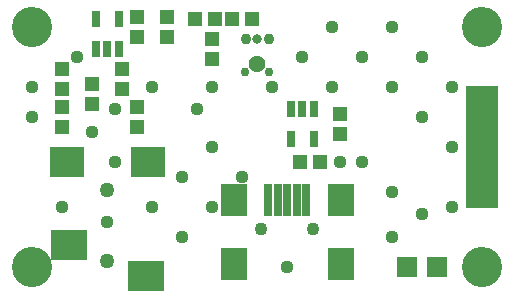
<source format=gts>
G75*
%MOIN*%
%OFA0B0*%
%FSLAX25Y25*%
%IPPOS*%
%LPD*%
%AMOC8*
5,1,8,0,0,1.08239X$1,22.5*
%
%ADD10C,0.13398*%
%ADD11C,0.03556*%
%ADD12C,0.05619*%
%ADD13C,0.03013*%
%ADD14C,0.03209*%
%ADD15C,0.03646*%
%ADD16R,0.02965X0.05524*%
%ADD17C,0.05013*%
%ADD18R,0.12414X0.10249*%
%ADD19R,0.11233X0.10249*%
%ADD20R,0.04737X0.05131*%
%ADD21R,0.05131X0.04737*%
%ADD22R,0.02769X0.10643*%
%ADD23R,0.08674X0.10643*%
%ADD24C,0.04343*%
%ADD25R,0.06800X0.06800*%
%ADD26R,0.10800X0.40800*%
%ADD27C,0.04369*%
D10*
X0020000Y0018874D03*
X0020000Y0098874D03*
X0170000Y0098874D03*
X0170000Y0018874D03*
D11*
X0095000Y0086374D03*
D12*
X0095000Y0086374D03*
D13*
X0091004Y0083878D03*
X0098996Y0083878D03*
D14*
X0095000Y0094654D03*
D15*
X0091197Y0094654D03*
X0098803Y0094654D03*
D16*
X0106260Y0071493D03*
X0110000Y0071493D03*
X0113740Y0071493D03*
X0113740Y0061256D03*
X0106260Y0061256D03*
X0048740Y0091256D03*
X0045000Y0091256D03*
X0041260Y0091256D03*
X0041260Y0101493D03*
X0048740Y0101493D03*
D17*
X0045000Y0044307D03*
X0045000Y0020685D03*
D18*
X0057894Y0015567D03*
X0032106Y0026197D03*
D19*
X0031516Y0053756D03*
X0058484Y0053756D03*
D20*
X0055000Y0065528D03*
X0055000Y0072220D03*
X0030000Y0072220D03*
X0030000Y0078028D03*
X0030000Y0084720D03*
X0030000Y0065528D03*
X0065000Y0095528D03*
X0074154Y0101374D03*
X0080846Y0101374D03*
X0080000Y0094720D03*
X0080000Y0088028D03*
X0065000Y0102220D03*
X0122500Y0069720D03*
X0122500Y0063028D03*
D21*
X0115846Y0053874D03*
X0109154Y0053874D03*
X0050000Y0078028D03*
X0040000Y0079720D03*
X0050000Y0084720D03*
X0055000Y0095528D03*
X0055000Y0102220D03*
X0086654Y0101374D03*
X0093346Y0101374D03*
X0040000Y0073028D03*
D22*
X0098701Y0041217D03*
X0101850Y0041217D03*
X0105000Y0041217D03*
X0108150Y0041217D03*
X0111299Y0041217D03*
D23*
X0122717Y0041217D03*
X0087283Y0041217D03*
X0087283Y0019563D03*
X0122717Y0019563D03*
D24*
X0113661Y0031374D03*
X0096339Y0031374D03*
D25*
X0145000Y0018874D03*
X0155000Y0018874D03*
D26*
X0170000Y0058874D03*
D27*
X0160000Y0058874D03*
X0150000Y0068874D03*
X0140000Y0078874D03*
X0130000Y0088874D03*
X0120000Y0078874D03*
X0110000Y0088874D03*
X0100000Y0078874D03*
X0080000Y0078874D03*
X0075000Y0071374D03*
X0060000Y0078874D03*
X0047500Y0071374D03*
X0040000Y0063874D03*
X0047500Y0053874D03*
X0070000Y0048874D03*
X0060000Y0038874D03*
X0070000Y0028874D03*
X0080000Y0038874D03*
X0090000Y0048874D03*
X0080000Y0058874D03*
X0122500Y0053874D03*
X0130000Y0053874D03*
X0140000Y0043874D03*
X0150000Y0036374D03*
X0160000Y0038874D03*
X0140000Y0028874D03*
X0105000Y0018874D03*
X0045000Y0033874D03*
X0030000Y0038874D03*
X0020000Y0068874D03*
X0020000Y0078874D03*
X0035000Y0088874D03*
X0120000Y0098874D03*
X0140000Y0098874D03*
X0150000Y0088874D03*
X0160000Y0078874D03*
M02*

</source>
